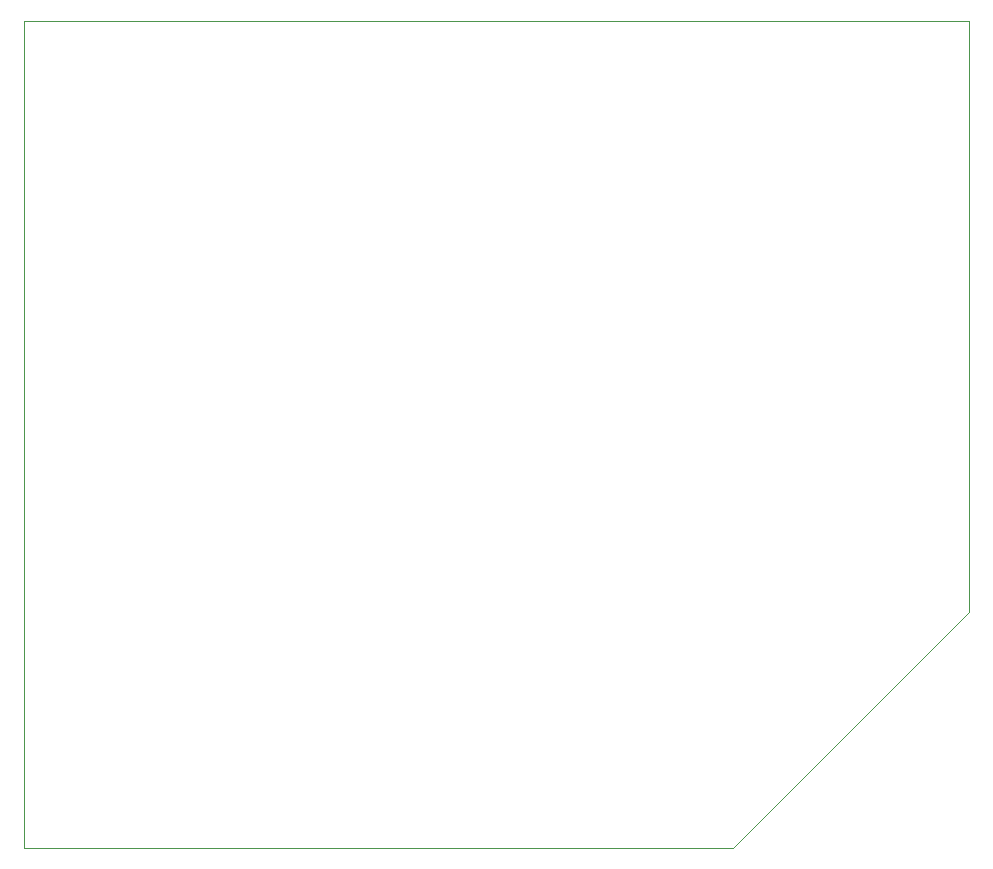
<source format=gm1>
G04 #@! TF.GenerationSoftware,KiCad,Pcbnew,6.0.9-8da3e8f707~116~ubuntu20.04.1*
G04 #@! TF.CreationDate,2022-11-21T16:04:33-05:00*
G04 #@! TF.ProjectId,buck_boost,6275636b-5f62-46f6-9f73-742e6b696361,rev?*
G04 #@! TF.SameCoordinates,Original*
G04 #@! TF.FileFunction,Profile,NP*
%FSLAX46Y46*%
G04 Gerber Fmt 4.6, Leading zero omitted, Abs format (unit mm)*
G04 Created by KiCad (PCBNEW 6.0.9-8da3e8f707~116~ubuntu20.04.1) date 2022-11-21 16:04:33*
%MOMM*%
%LPD*%
G01*
G04 APERTURE LIST*
G04 #@! TA.AperFunction,Profile*
%ADD10C,0.050000*%
G04 #@! TD*
G04 APERTURE END LIST*
D10*
X105000000Y-70000000D02*
X105000000Y-20000000D01*
X25000000Y-20000000D02*
X105000000Y-20000000D01*
X25000000Y-20000000D02*
X25000000Y-90000000D01*
X25000000Y-90000000D02*
X85000000Y-90000000D01*
X85000000Y-90000000D02*
X105000000Y-70000000D01*
M02*

</source>
